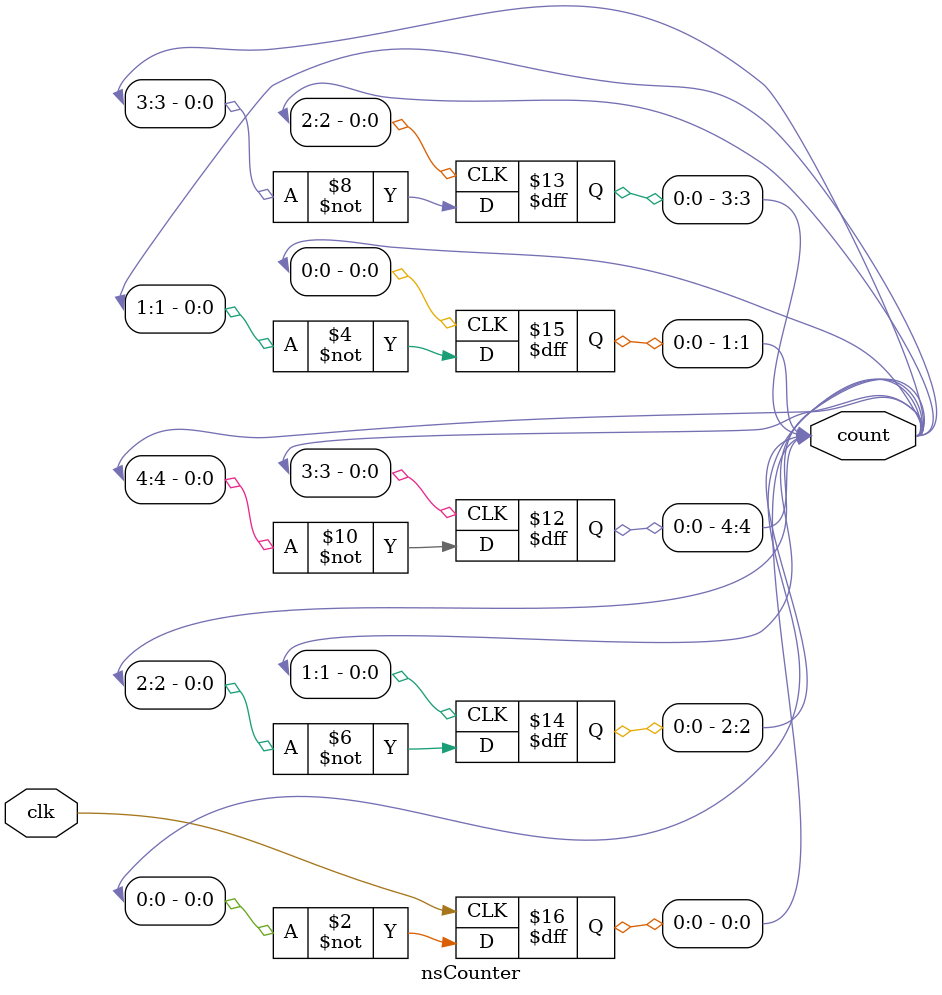
<source format=v>
`timescale 1ns / 1ps

/*
    A Counter for the North-South Traffic Light
    Counts from 0-31
*/
module nsCounter
(
    input clk,
    output [4:0] count
);

  wire clk;
  reg[4:0] count;

  initial
    	count = 0;

  always @ ( negedge clk )
    		count[0] <= ~count[0];

  always @ ( negedge count[0] )
    		count[1] <= ~count[1];

  always @ ( negedge count[1] )
    		count[2] <= ~count[2];

  always @ ( negedge count[2] )
    		count[3] <= ~count[3];

  always @ ( negedge count[3] )
    		count[4] <= ~count[4];

endmodule

</source>
